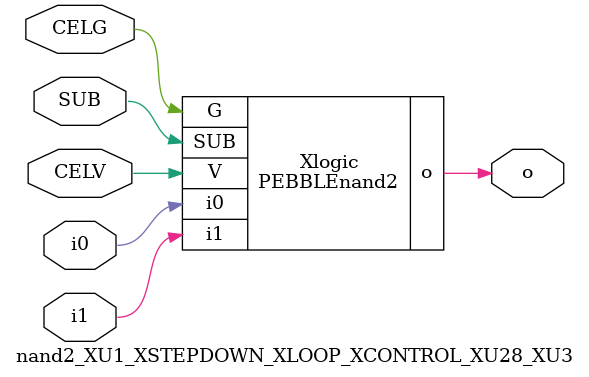
<source format=v>



module PEBBLEnand2 ( o, G, SUB, V, i0, i1 );

  input i0;
  input V;
  input i1;
  input G;
  output o;
  input SUB;
endmodule

//Celera Confidential Do Not Copy nand2_XU1_XSTEPDOWN_XLOOP_XCONTROL_XU28_XU3
//Celera Confidential Symbol Generator
//5V NAND2
module nand2_XU1_XSTEPDOWN_XLOOP_XCONTROL_XU28_XU3 (CELV,CELG,i0,i1,o,SUB);
input CELV;
input CELG;
input i0;
input i1;
input SUB;
output o;

//Celera Confidential Do Not Copy nand2
PEBBLEnand2 Xlogic(
.V (CELV),
.i0 (i0),
.i1 (i1),
.o (o),
.SUB (SUB),
.G (CELG)
);
//,diesize,PEBBLEnand2

//Celera Confidential Do Not Copy Module End
//Celera Schematic Generator
endmodule

</source>
